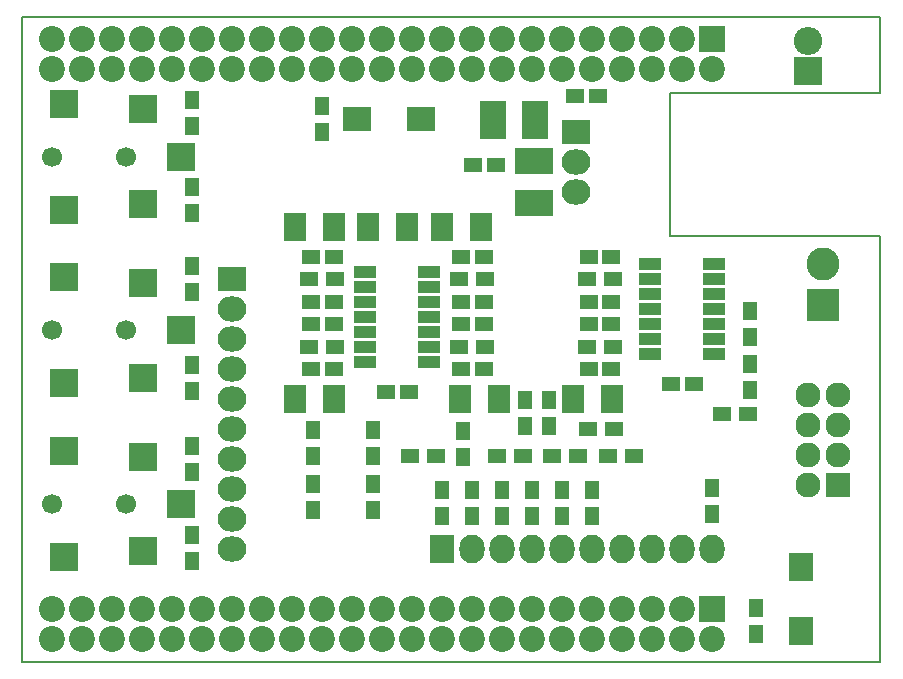
<source format=gbr>
G04 #@! TF.FileFunction,Soldermask,Top*
%FSLAX46Y46*%
G04 Gerber Fmt 4.6, Leading zero omitted, Abs format (unit mm)*
G04 Created by KiCad (PCBNEW 4.0.2+dfsg1-stable) date Fri 21 Oct 2016 21:41:57 CEST*
%MOMM*%
G01*
G04 APERTURE LIST*
%ADD10C,0.100000*%
%ADD11C,0.150000*%
%ADD12R,2.127200X2.127200*%
%ADD13O,2.127200X2.127200*%
%ADD14R,2.200000X2.200000*%
%ADD15C,2.200000*%
%ADD16R,1.600000X1.150000*%
%ADD17R,1.924000X2.432000*%
%ADD18R,2.432000X2.127200*%
%ADD19O,2.432000X2.127200*%
%ADD20R,2.127200X2.432000*%
%ADD21O,2.127200X2.432000*%
%ADD22R,1.300000X1.600000*%
%ADD23R,1.600000X1.300000*%
%ADD24R,2.400000X2.000000*%
%ADD25R,2.000000X2.400000*%
%ADD26R,1.900000X1.000000*%
%ADD27R,2.178000X3.194000*%
%ADD28R,3.194000X2.178000*%
%ADD29O,2.398980X2.398980*%
%ADD30R,2.398980X2.398980*%
%ADD31R,2.400000X2.400000*%
%ADD32C,1.700000*%
%ADD33C,2.800000*%
%ADD34R,2.800000X2.800000*%
G04 APERTURE END LIST*
D10*
D11*
X72644000Y48196500D02*
X72644000Y54610000D01*
X72644000Y36068000D02*
X72644000Y0D01*
X54800500Y36068000D02*
X72644000Y36068000D01*
X54800500Y48196500D02*
X54800500Y36068000D01*
X72644000Y48196500D02*
X54800500Y48196500D01*
X72644000Y0D02*
X0Y0D01*
X0Y54610000D02*
X72644000Y54610000D01*
X0Y0D02*
X0Y54610000D01*
D12*
X69088000Y14986000D03*
D13*
X66548000Y14986000D03*
X69088000Y17526000D03*
X66548000Y17526000D03*
X69088000Y20066000D03*
X66548000Y20066000D03*
X69088000Y22606000D03*
X66548000Y22606000D03*
D14*
X58420000Y52705000D03*
D15*
X58420000Y50165000D03*
X55880000Y52705000D03*
X55880000Y50165000D03*
X53340000Y52705000D03*
X53340000Y50165000D03*
X50800000Y52705000D03*
X50800000Y50165000D03*
X48260000Y52705000D03*
X48260000Y50165000D03*
X45720000Y52705000D03*
X45720000Y50165000D03*
X43180000Y52705000D03*
X43180000Y50165000D03*
X40640000Y52705000D03*
X40640000Y50165000D03*
X38100000Y52705000D03*
X38100000Y50165000D03*
X35560000Y52705000D03*
X35560000Y50165000D03*
X33020000Y52705000D03*
X33020000Y50165000D03*
X30480000Y52705000D03*
X30480000Y50165000D03*
X27940000Y52705000D03*
X27940000Y50165000D03*
X25400000Y52705000D03*
X25400000Y50165000D03*
X22860000Y52705000D03*
X22860000Y50165000D03*
X20320000Y52705000D03*
X20320000Y50165000D03*
X17780000Y52705000D03*
X17780000Y50165000D03*
X15240000Y52705000D03*
X15240000Y50165000D03*
X12700000Y52705000D03*
X12700000Y50165000D03*
X10160000Y52705000D03*
X10160000Y50165000D03*
X7620000Y52705000D03*
X7620000Y50165000D03*
X5080000Y52705000D03*
X5080000Y50165000D03*
X2540000Y52705000D03*
X2540000Y50165000D03*
D14*
X58420000Y4445000D03*
D15*
X58420000Y1905000D03*
X55880000Y4445000D03*
X55880000Y1905000D03*
X53340000Y4445000D03*
X53340000Y1905000D03*
X50800000Y4445000D03*
X50800000Y1905000D03*
X48260000Y4445000D03*
X48260000Y1905000D03*
X45720000Y4445000D03*
X45720000Y1905000D03*
X43180000Y4445000D03*
X43180000Y1905000D03*
X40640000Y4445000D03*
X40640000Y1905000D03*
X38100000Y4445000D03*
X38100000Y1905000D03*
X35560000Y4445000D03*
X35560000Y1905000D03*
X33020000Y4445000D03*
X33020000Y1905000D03*
X30480000Y4445000D03*
X30480000Y1905000D03*
X27940000Y4445000D03*
X27940000Y1905000D03*
X25400000Y4445000D03*
X25400000Y1905000D03*
X22860000Y4445000D03*
X22860000Y1905000D03*
X20320000Y4445000D03*
X20320000Y1905000D03*
X17780000Y4445000D03*
X17780000Y1905000D03*
X15240000Y4445000D03*
X15240000Y1905000D03*
X12700000Y4445000D03*
X12700000Y1905000D03*
X10160000Y4445000D03*
X10160000Y1905000D03*
X7620000Y4445000D03*
X7620000Y1905000D03*
X5080000Y4445000D03*
X5080000Y1905000D03*
X2540000Y4445000D03*
X2540000Y1905000D03*
D16*
X37150000Y28575000D03*
X39050000Y28575000D03*
X37150000Y30480000D03*
X39050000Y30480000D03*
X37150000Y24765000D03*
X39050000Y24765000D03*
X37150000Y34290000D03*
X39050000Y34290000D03*
X32700000Y22860000D03*
X30800000Y22860000D03*
D17*
X37084000Y22225000D03*
X40386000Y22225000D03*
X32575500Y36830000D03*
X29273500Y36830000D03*
D16*
X26350000Y30480000D03*
X24450000Y30480000D03*
X26350000Y28575000D03*
X24450000Y28575000D03*
X26350000Y34290000D03*
X24450000Y34290000D03*
X26350000Y24765000D03*
X24450000Y24765000D03*
D17*
X26416000Y36830000D03*
X23114000Y36830000D03*
X26416000Y22225000D03*
X23114000Y22225000D03*
D16*
X47945000Y30480000D03*
X49845000Y30480000D03*
X49845000Y28575000D03*
X47945000Y28575000D03*
X49845000Y34290000D03*
X47945000Y34290000D03*
X49845000Y24765000D03*
X47945000Y24765000D03*
D17*
X38862000Y36830000D03*
X35560000Y36830000D03*
X49911000Y22225000D03*
X46609000Y22225000D03*
D18*
X17780000Y32385000D03*
D19*
X17780000Y29845000D03*
X17780000Y27305000D03*
X17780000Y24765000D03*
X17780000Y22225000D03*
X17780000Y19685000D03*
X17780000Y17145000D03*
X17780000Y14605000D03*
X17780000Y12065000D03*
X17780000Y9525000D03*
D20*
X35560000Y9525000D03*
D21*
X38100000Y9525000D03*
X40640000Y9525000D03*
X43180000Y9525000D03*
X45720000Y9525000D03*
X48260000Y9525000D03*
X50800000Y9525000D03*
X53340000Y9525000D03*
X55880000Y9525000D03*
X58420000Y9525000D03*
D22*
X25400000Y47074000D03*
X25400000Y44874000D03*
X61595000Y23030000D03*
X61595000Y25230000D03*
X61595000Y27475000D03*
X61595000Y29675000D03*
X37338000Y19515000D03*
X37338000Y17315000D03*
X42545000Y22182000D03*
X42545000Y19982000D03*
D23*
X37000000Y26670000D03*
X39200000Y26670000D03*
X37000000Y32385000D03*
X39200000Y32385000D03*
D22*
X29718000Y19642000D03*
X29718000Y17442000D03*
X24638000Y19642000D03*
X24638000Y17442000D03*
D23*
X26500000Y32385000D03*
X24300000Y32385000D03*
X26500000Y26670000D03*
X24300000Y26670000D03*
D22*
X62103000Y2329000D03*
X62103000Y4529000D03*
X44577000Y22182000D03*
X44577000Y19982000D03*
D23*
X47922000Y19685000D03*
X50122000Y19685000D03*
X49995000Y32385000D03*
X47795000Y32385000D03*
X49995000Y26670000D03*
X47795000Y26670000D03*
D24*
X28351500Y45974000D03*
X33751500Y45974000D03*
D25*
X65913000Y2634000D03*
X65913000Y8034000D03*
D26*
X34450000Y25400000D03*
X34450000Y26670000D03*
X34450000Y27940000D03*
X34450000Y29210000D03*
X34450000Y30480000D03*
X34450000Y31750000D03*
X34450000Y33020000D03*
X29050000Y33020000D03*
X29050000Y31750000D03*
X29050000Y30480000D03*
X29050000Y29210000D03*
X29050000Y27940000D03*
X29050000Y26670000D03*
X29050000Y25400000D03*
X53180000Y33655000D03*
X53180000Y32385000D03*
X53180000Y31115000D03*
X53180000Y29845000D03*
X53180000Y28575000D03*
X53180000Y27305000D03*
X53180000Y26035000D03*
X58580000Y26035000D03*
X58580000Y27305000D03*
X58580000Y28575000D03*
X58580000Y29845000D03*
X58580000Y31115000D03*
X58580000Y32385000D03*
X58580000Y33655000D03*
D18*
X46863000Y44831000D03*
D19*
X46863000Y42291000D03*
X46863000Y39751000D03*
D16*
X54930000Y23495000D03*
X56830000Y23495000D03*
D27*
X43434000Y45847000D03*
X39878000Y45847000D03*
D28*
X43307000Y38862000D03*
X43307000Y42418000D03*
D29*
X66548000Y52578000D03*
D30*
X66548000Y50038000D03*
D16*
X48702000Y47879000D03*
X46802000Y47879000D03*
X40066000Y42037000D03*
X38166000Y42037000D03*
D31*
X10250000Y38775000D03*
X13450000Y42775000D03*
X10250000Y46775000D03*
X3500000Y38275000D03*
X3500000Y47275000D03*
D32*
X2500000Y42775000D03*
X8800000Y42775000D03*
D31*
X10250000Y24075000D03*
X13450000Y28075000D03*
X10250000Y32075000D03*
X3500000Y23575000D03*
X3500000Y32575000D03*
D32*
X2500000Y28075000D03*
X8800000Y28075000D03*
D31*
X10250000Y9375000D03*
X13450000Y13375000D03*
X10250000Y17375000D03*
X3500000Y8875000D03*
X3500000Y17875000D03*
D32*
X2500000Y13375000D03*
X8800000Y13375000D03*
D22*
X43180000Y12362000D03*
X43180000Y14562000D03*
D23*
X42375000Y17399000D03*
X40175000Y17399000D03*
D22*
X40640000Y12362000D03*
X40640000Y14562000D03*
D23*
X35009000Y17399000D03*
X32809000Y17399000D03*
D22*
X38100000Y12362000D03*
X38100000Y14562000D03*
X29718000Y15070000D03*
X29718000Y12870000D03*
X14325000Y18270400D03*
X14325000Y16070400D03*
X14325000Y33535800D03*
X14325000Y31335800D03*
X14351000Y38016000D03*
X14351000Y40216000D03*
X35560000Y12362000D03*
X35560000Y14562000D03*
X24638000Y15070000D03*
X24638000Y12870000D03*
X45720000Y12362000D03*
X45720000Y14562000D03*
D23*
X44874000Y17399000D03*
X47074000Y17399000D03*
D22*
X48260000Y12362000D03*
X48260000Y14562000D03*
D23*
X49573000Y17399000D03*
X51773000Y17399000D03*
D22*
X14351000Y47582000D03*
X14351000Y45382000D03*
X14325000Y22928400D03*
X14325000Y25128400D03*
X14325600Y8526600D03*
X14325600Y10726600D03*
X58420000Y12489000D03*
X58420000Y14689000D03*
D23*
X59225000Y20955000D03*
X61425000Y20955000D03*
D33*
X67818000Y33726000D03*
D34*
X67818000Y30226000D03*
M02*

</source>
